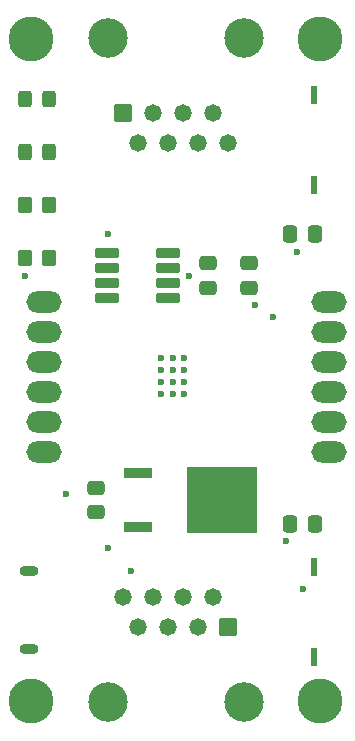
<source format=gbs>
%TF.GenerationSoftware,KiCad,Pcbnew,8.0.1-8.0.1-1~ubuntu22.04.1*%
%TF.CreationDate,2024-04-03T01:55:53-04:00*%
%TF.ProjectId,esp32_rover_devkit,65737033-325f-4726-9f76-65725f646576,rev?*%
%TF.SameCoordinates,Original*%
%TF.FileFunction,Soldermask,Bot*%
%TF.FilePolarity,Negative*%
%FSLAX46Y46*%
G04 Gerber Fmt 4.6, Leading zero omitted, Abs format (unit mm)*
G04 Created by KiCad (PCBNEW 8.0.1-8.0.1-1~ubuntu22.04.1) date 2024-04-03 01:55:53*
%MOMM*%
%LPD*%
G01*
G04 APERTURE LIST*
G04 Aperture macros list*
%AMRoundRect*
0 Rectangle with rounded corners*
0 $1 Rounding radius*
0 $2 $3 $4 $5 $6 $7 $8 $9 X,Y pos of 4 corners*
0 Add a 4 corners polygon primitive as box body*
4,1,4,$2,$3,$4,$5,$6,$7,$8,$9,$2,$3,0*
0 Add four circle primitives for the rounded corners*
1,1,$1+$1,$2,$3*
1,1,$1+$1,$4,$5*
1,1,$1+$1,$6,$7*
1,1,$1+$1,$8,$9*
0 Add four rect primitives between the rounded corners*
20,1,$1+$1,$2,$3,$4,$5,0*
20,1,$1+$1,$4,$5,$6,$7,0*
20,1,$1+$1,$6,$7,$8,$9,0*
20,1,$1+$1,$8,$9,$2,$3,0*%
G04 Aperture macros list end*
%ADD10C,2.600000*%
%ADD11C,3.800000*%
%ADD12O,1.600000X0.900000*%
%ADD13R,2.489200X0.939800*%
%ADD14R,5.918200X5.562600*%
%ADD15RoundRect,0.250000X0.475000X-0.337500X0.475000X0.337500X-0.475000X0.337500X-0.475000X-0.337500X0*%
%ADD16RoundRect,0.250000X-0.325000X-0.450000X0.325000X-0.450000X0.325000X0.450000X-0.325000X0.450000X0*%
%ADD17R,0.609600X1.511300*%
%ADD18RoundRect,0.250000X-0.337500X-0.475000X0.337500X-0.475000X0.337500X0.475000X-0.337500X0.475000X0*%
%ADD19RoundRect,0.250000X-0.475000X0.337500X-0.475000X-0.337500X0.475000X-0.337500X0.475000X0.337500X0*%
%ADD20RoundRect,0.055580X0.921420X0.341420X-0.921420X0.341420X-0.921420X-0.341420X0.921420X-0.341420X0*%
%ADD21RoundRect,0.250000X-0.350000X-0.450000X0.350000X-0.450000X0.350000X0.450000X-0.350000X0.450000X0*%
%ADD22RoundRect,0.250000X0.350000X0.450000X-0.350000X0.450000X-0.350000X-0.450000X0.350000X-0.450000X0*%
%ADD23C,3.350000*%
%ADD24RoundRect,0.102000X0.634000X0.634000X-0.634000X0.634000X-0.634000X-0.634000X0.634000X-0.634000X0*%
%ADD25C,1.472000*%
%ADD26O,3.000000X1.800000*%
%ADD27RoundRect,0.102000X-0.634000X-0.634000X0.634000X-0.634000X0.634000X0.634000X-0.634000X0.634000X0*%
%ADD28C,0.600000*%
G04 APERTURE END LIST*
D10*
%TO.C,H2*%
X46000000Y-23000000D03*
D11*
X46000000Y-23000000D03*
%TD*%
D10*
%TO.C,H4*%
X46000000Y-79000000D03*
D11*
X46000000Y-79000000D03*
%TD*%
D10*
%TO.C,H3*%
X21500000Y-79000000D03*
D11*
X21500000Y-79000000D03*
%TD*%
D10*
%TO.C,H1*%
X21500000Y-23000000D03*
D11*
X21500000Y-23000000D03*
%TD*%
D12*
%TO.C,J1*%
X21325000Y-68000000D03*
X21325000Y-74600000D03*
%TD*%
D13*
%TO.C,U2*%
X30605800Y-64286000D03*
D14*
X37679700Y-62000000D03*
D13*
X30605800Y-59714000D03*
%TD*%
D15*
%TO.C,C7*%
X40000000Y-44037500D03*
X40000000Y-41962500D03*
%TD*%
D16*
%TO.C,D2*%
X20975000Y-28000000D03*
X23025000Y-28000000D03*
%TD*%
D17*
%TO.C,SW1*%
X45500000Y-75303650D03*
X45500000Y-67696350D03*
%TD*%
D16*
%TO.C,D1*%
X20975000Y-32500000D03*
X23025000Y-32500000D03*
%TD*%
D18*
%TO.C,C4*%
X43462500Y-64000000D03*
X45537500Y-64000000D03*
%TD*%
D19*
%TO.C,C6*%
X27000000Y-60962500D03*
X27000000Y-63037500D03*
%TD*%
D18*
%TO.C,C5*%
X43462500Y-39500000D03*
X45537500Y-39500000D03*
%TD*%
D17*
%TO.C,SW2*%
X45500000Y-27696350D03*
X45500000Y-35303650D03*
%TD*%
D20*
%TO.C,U3*%
X33085000Y-41095000D03*
X33085000Y-42365000D03*
X33085000Y-43635000D03*
X33085000Y-44905000D03*
X27915000Y-44905000D03*
X27915000Y-43635000D03*
X27915000Y-42365000D03*
X27915000Y-41095000D03*
%TD*%
D15*
%TO.C,C8*%
X36500000Y-44037500D03*
X36500000Y-41962500D03*
%TD*%
D21*
%TO.C,R3*%
X21000000Y-37000000D03*
X23000000Y-37000000D03*
%TD*%
D22*
%TO.C,R2*%
X23000000Y-41500000D03*
X21000000Y-41500000D03*
%TD*%
D23*
%TO.C,J3*%
X39500000Y-79120000D03*
X28068000Y-79120000D03*
D24*
X38229000Y-72770000D03*
D25*
X36959000Y-70230000D03*
X35689000Y-72770000D03*
X34419000Y-70230000D03*
X33149000Y-72770000D03*
X31879000Y-70230000D03*
X30609000Y-72770000D03*
X29339000Y-70230000D03*
%TD*%
D26*
%TO.C,U4*%
X46740000Y-57950000D03*
X22640000Y-45250000D03*
X22640000Y-47790000D03*
X22640000Y-50330000D03*
X22640000Y-52870000D03*
X46740000Y-55410000D03*
X22640000Y-55410000D03*
X22640000Y-57950000D03*
X46740000Y-52870000D03*
X46740000Y-50330000D03*
X46740000Y-47790000D03*
X46740000Y-45250000D03*
%TD*%
D23*
%TO.C,J2*%
X28068000Y-22880000D03*
X39500000Y-22880000D03*
D27*
X29339000Y-29230000D03*
D25*
X30609000Y-31770000D03*
X31879000Y-29230000D03*
X33149000Y-31770000D03*
X34419000Y-29230000D03*
X35689000Y-31770000D03*
X36959000Y-29230000D03*
X38229000Y-31770000D03*
%TD*%
D28*
X32500000Y-52000000D03*
X34500000Y-51000000D03*
X32500000Y-50000000D03*
X33500000Y-51000000D03*
X34500000Y-53000000D03*
X34861805Y-43006449D03*
X33500000Y-52000000D03*
X32500000Y-51000000D03*
X33500000Y-53000000D03*
X32500000Y-53000000D03*
X34500000Y-52000000D03*
X43122102Y-65429103D03*
X34500000Y-50000000D03*
X33500000Y-50000000D03*
X35500000Y-62000000D03*
X24500000Y-61500000D03*
X37500000Y-60000000D03*
X35500000Y-60000000D03*
X37500000Y-62000000D03*
X39500000Y-61000000D03*
X35500000Y-61000000D03*
X21000000Y-43000000D03*
X38500000Y-62000000D03*
X36500000Y-60000000D03*
X36500000Y-62000000D03*
X37500000Y-61000000D03*
X38500000Y-61000000D03*
X39500000Y-60000000D03*
X36500000Y-61000000D03*
X38500000Y-60000000D03*
X44500000Y-69500000D03*
X28037500Y-66037500D03*
X30000000Y-68000000D03*
X44000000Y-41000000D03*
X28000000Y-39500000D03*
X40500000Y-45500000D03*
X42000000Y-46500000D03*
M02*

</source>
